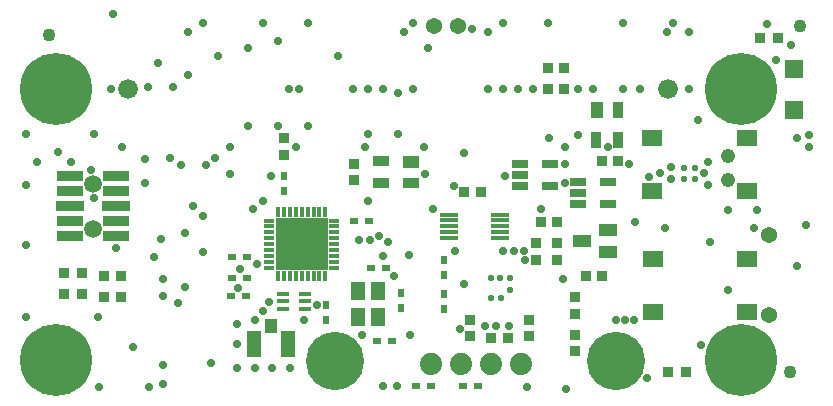
<source format=gbs>
*%FSLAX23Y23*%
*%MOIN*%
G01*
%ADD11C,0.000*%
%ADD12C,0.000*%
%ADD13C,0.000*%
%ADD14C,0.001*%
%ADD15C,0.002*%
%ADD16C,0.006*%
%ADD17C,0.007*%
%ADD18C,0.007*%
%ADD19C,0.008*%
%ADD20C,0.010*%
%ADD21C,0.012*%
%ADD22C,0.015*%
%ADD23C,0.015*%
%ADD24C,0.018*%
%ADD25C,0.020*%
%ADD26C,0.022*%
%ADD27C,0.024*%
%ADD28C,0.025*%
%ADD29C,0.028*%
%ADD30C,0.029*%
%ADD31C,0.031*%
%ADD32C,0.031*%
%ADD33C,0.035*%
%ADD34C,0.035*%
%ADD35C,0.039*%
%ADD36C,0.043*%
%ADD37C,0.045*%
%ADD38C,0.047*%
%ADD39C,0.048*%
%ADD40C,0.049*%
%ADD41C,0.050*%
%ADD42C,0.050*%
%ADD43C,0.051*%
%ADD44C,0.051*%
%ADD45C,0.054*%
%ADD46C,0.055*%
%ADD47C,0.055*%
%ADD48C,0.059*%
%ADD49C,0.059*%
%ADD50C,0.062*%
%ADD51C,0.066*%
%ADD52C,0.067*%
%ADD53C,0.070*%
%ADD54C,0.074*%
%ADD55C,0.115*%
%ADD56C,0.135*%
%ADD57C,0.138*%
%ADD58C,0.138*%
%ADD59C,0.158*%
%ADD60C,0.158*%
%ADD61C,0.190*%
%ADD62C,0.194*%
%ADD63C,0.236*%
%ADD64C,0.240*%
%ADD65R,0.011X0.030*%
%ADD66R,0.012X0.030*%
%ADD67R,0.014X0.033*%
%ADD68R,0.014X0.037*%
%ADD69R,0.015X0.034*%
%ADD70R,0.016X0.034*%
%ADD71R,0.018X0.037*%
%ADD72R,0.018X0.041*%
%ADD73R,0.020X0.025*%
%ADD74R,0.021X0.021*%
%ADD75R,0.024X0.029*%
%ADD76R,0.025X0.020*%
%ADD77R,0.029X0.024*%
%ADD78R,0.030X0.011*%
%ADD79R,0.030X0.030*%
%ADD80R,0.030X0.050*%
%ADD81R,0.031X0.031*%
%ADD82R,0.033X0.014*%
%ADD83R,0.034X0.015*%
%ADD84R,0.034X0.034*%
%ADD85R,0.034X0.054*%
%ADD86R,0.035X0.035*%
%ADD87R,0.037X0.014*%
%ADD88R,0.037X0.018*%
%ADD89R,0.039X0.014*%
%ADD90R,0.039X0.041*%
%ADD91R,0.040X0.050*%
%ADD92R,0.040X0.083*%
%ADD93R,0.041X0.018*%
%ADD94R,0.041X0.087*%
%ADD95R,0.043X0.018*%
%ADD96R,0.043X0.045*%
%ADD97R,0.044X0.054*%
%ADD98R,0.044X0.087*%
%ADD99R,0.045X0.091*%
%ADD100R,0.047X0.055*%
%ADD101R,0.048X0.024*%
%ADD102R,0.050X0.023*%
%ADD103R,0.050X0.030*%
%ADD104R,0.050X0.040*%
%ADD105R,0.050X0.060*%
%ADD106R,0.051X0.059*%
%ADD107R,0.052X0.028*%
%ADD108R,0.054X0.027*%
%ADD109R,0.054X0.034*%
%ADD110R,0.054X0.044*%
%ADD111R,0.054X0.064*%
%ADD112R,0.055X0.039*%
%ADD113R,0.057X0.012*%
%ADD114R,0.057X0.067*%
%ADD115R,0.059X0.043*%
%ADD116R,0.060X0.060*%
%ADD117R,0.061X0.024*%
%ADD118R,0.061X0.051*%
%ADD119R,0.061X0.016*%
%ADD120R,0.061X0.071*%
%ADD121R,0.063X0.039*%
%ADD122R,0.064X0.064*%
%ADD123R,0.065X0.028*%
%ADD124R,0.065X0.055*%
%ADD125R,0.067X0.043*%
%ADD126R,0.085X0.030*%
%ADD127R,0.085X0.085*%
%ADD128R,0.089X0.034*%
%ADD129R,0.094X0.030*%
%ADD130R,0.098X0.034*%
%ADD131R,0.104X0.104*%
%ADD132R,0.108X0.108*%
%ADD133R,0.116X0.138*%
%ADD134R,0.120X0.142*%
%ADD135R,0.169X0.169*%
%ADD136R,0.173X0.173*%
D26*
X10789Y8106D02*
D03*
X10824D02*
D03*
Y8141D02*
D03*
X10789D02*
D03*
X10209Y7735D02*
D03*
X10178Y7709D02*
D03*
X10177Y7777D02*
D03*
X10210D02*
D03*
X10144D02*
D03*
Y7709D02*
D03*
D30*
X11164Y8241D02*
D03*
X11204Y8251D02*
D03*
Y8211D02*
D03*
X11144Y8551D02*
D03*
X11164Y7816D02*
D03*
X11194Y7951D02*
D03*
X11094Y8501D02*
D03*
X11064Y8621D02*
D03*
X11032Y8002D02*
D03*
X11022Y7942D02*
D03*
X10804Y8596D02*
D03*
X10752Y8627D02*
D03*
X10804Y8406D02*
D03*
X10837Y8302D02*
D03*
X10937Y8002D02*
D03*
X10857Y8127D02*
D03*
X10869Y8086D02*
D03*
Y8161D02*
D03*
X10844Y7551D02*
D03*
X10874Y7896D02*
D03*
X10937Y7737D02*
D03*
X10604Y8156D02*
D03*
X10732Y8597D02*
D03*
X10642Y8407D02*
D03*
X10672Y8112D02*
D03*
X10587Y8407D02*
D03*
Y8627D02*
D03*
X10746Y8146D02*
D03*
Y8106D02*
D03*
X10709Y8126D02*
D03*
X10627Y7962D02*
D03*
X10562Y7637D02*
D03*
X10592D02*
D03*
X10622D02*
D03*
X10667Y7442D02*
D03*
X10726Y7941D02*
D03*
X10487Y8407D02*
D03*
X10437D02*
D03*
Y8252D02*
D03*
X10534Y8211D02*
D03*
X10392Y8092D02*
D03*
Y8157D02*
D03*
Y8212D02*
D03*
X10384Y7771D02*
D03*
X10397Y7407D02*
D03*
X10192Y8117D02*
D03*
X10237Y8407D02*
D03*
X10287D02*
D03*
X10187Y8627D02*
D03*
X10312Y8007D02*
D03*
X10337Y8627D02*
D03*
X10187Y8407D02*
D03*
X10339Y8241D02*
D03*
X10259Y7836D02*
D03*
X10207Y7617D02*
D03*
X10187Y7867D02*
D03*
X10222D02*
D03*
X10257D02*
D03*
X10264Y7411D02*
D03*
X10022Y8082D02*
D03*
X10057Y8192D02*
D03*
X10082Y8607D02*
D03*
X10137Y8407D02*
D03*
Y8597D02*
D03*
X10024Y7866D02*
D03*
X10054Y7756D02*
D03*
X10042Y7607D02*
D03*
X10127Y7617D02*
D03*
X10162D02*
D03*
X9887Y8405D02*
D03*
X9837Y8391D02*
D03*
X9854Y8596D02*
D03*
X9837Y8257D02*
D03*
X9787Y8407D02*
D03*
X9887Y8627D02*
D03*
X9952Y8007D02*
D03*
X9937Y8542D02*
D03*
X9922Y8212D02*
D03*
X9924Y8121D02*
D03*
X9822Y7782D02*
D03*
X9787Y7417D02*
D03*
X9872Y7852D02*
D03*
X9877Y7587D02*
D03*
X9832Y7417D02*
D03*
X9802Y7897D02*
D03*
X9772Y7917D02*
D03*
X9786Y7850D02*
D03*
X9637Y8517D02*
D03*
X9687Y8407D02*
D03*
X9737Y8257D02*
D03*
X9727Y8212D02*
D03*
X9737Y8407D02*
D03*
Y8032D02*
D03*
X9707Y7901D02*
D03*
X9717Y7587D02*
D03*
X9742Y7901D02*
D03*
X9437Y8567D02*
D03*
X9387Y8032D02*
D03*
X9497Y8212D02*
D03*
X9437Y8282D02*
D03*
X9507Y8407D02*
D03*
X9472D02*
D03*
X9387Y8627D02*
D03*
X9411Y8115D02*
D03*
X9537Y8282D02*
D03*
Y8627D02*
D03*
X9414Y7476D02*
D03*
X9474D02*
D03*
X9384Y7666D02*
D03*
X9407Y7697D02*
D03*
X9467Y7847D02*
D03*
Y7937D02*
D03*
X9522Y7637D02*
D03*
X9517Y7847D02*
D03*
X9567D02*
D03*
Y7937D02*
D03*
X9517D02*
D03*
X9564Y7686D02*
D03*
X9276Y8121D02*
D03*
X9277Y8212D02*
D03*
X9227Y8177D02*
D03*
X9197Y8152D02*
D03*
X9237Y8517D02*
D03*
X9187Y8627D02*
D03*
X9186Y7981D02*
D03*
X9337Y8542D02*
D03*
X9352Y8007D02*
D03*
X9337Y8282D02*
D03*
X9309Y7806D02*
D03*
X9299Y7621D02*
D03*
Y7476D02*
D03*
Y7556D02*
D03*
X9212Y7492D02*
D03*
X9302Y7742D02*
D03*
X9187Y7862D02*
D03*
X9364Y7821D02*
D03*
X9359Y7476D02*
D03*
Y7636D02*
D03*
X8992Y8092D02*
D03*
X9002Y8412D02*
D03*
X9077Y8177D02*
D03*
X9112Y8152D02*
D03*
X9087Y8412D02*
D03*
X9037Y8492D02*
D03*
X8992Y8172D02*
D03*
X9137Y8597D02*
D03*
Y8452D02*
D03*
X9151Y8016D02*
D03*
X9052Y7422D02*
D03*
Y7487D02*
D03*
X9047Y7907D02*
D03*
X9101Y7691D02*
D03*
X9051Y7716D02*
D03*
X9021Y7846D02*
D03*
X9051Y7771D02*
D03*
X9004Y7411D02*
D03*
X9127Y7927D02*
D03*
X9126Y7746D02*
D03*
X8879Y8406D02*
D03*
X8917Y8212D02*
D03*
X8884Y8656D02*
D03*
X8896Y7876D02*
D03*
X8952Y7547D02*
D03*
X8822Y8257D02*
D03*
X8811Y8136D02*
D03*
X8821Y8041D02*
D03*
X8834Y7646D02*
D03*
X8839Y7411D02*
D03*
X8631Y8161D02*
D03*
X8701Y8196D02*
D03*
X8746Y8161D02*
D03*
X8594Y8256D02*
D03*
Y8086D02*
D03*
Y7646D02*
D03*
Y7886D02*
D03*
D36*
X8671Y8586D02*
D03*
X11177Y8617D02*
D03*
X11142Y7462D02*
D03*
D40*
X10937Y8102D02*
D03*
Y8181D02*
D03*
D45*
X10036Y8616D02*
D03*
X9957D02*
D03*
X11071Y7920D02*
D03*
X11071Y7652D02*
D03*
D48*
X8819Y8089D02*
D03*
Y7939D02*
D03*
D51*
X8937Y8407D02*
D03*
X10737Y8407D02*
D03*
D54*
X9946Y7488D02*
D03*
X10046D02*
D03*
X10146D02*
D03*
X10246D02*
D03*
D62*
X10561Y7500D02*
D03*
X9624Y7499D02*
D03*
D64*
X10978Y8406D02*
D03*
Y7501D02*
D03*
X8695Y8406D02*
D03*
Y7501D02*
D03*
D69*
X9436Y7782D02*
D03*
X9455D02*
D03*
X9475D02*
D03*
X9495D02*
D03*
X9514D02*
D03*
X9534D02*
D03*
X9554D02*
D03*
Y7996D02*
D03*
X9534D02*
D03*
X9514D02*
D03*
X9495D02*
D03*
X9475D02*
D03*
X9455D02*
D03*
X9436D02*
D03*
X9573Y7782D02*
D03*
X9593D02*
D03*
Y7996D02*
D03*
X9573D02*
D03*
D75*
X9846Y7675D02*
D03*
Y7725D02*
D03*
X9989Y7786D02*
D03*
Y7836D02*
D03*
Y7671D02*
D03*
Y7721D02*
D03*
X9596Y7685D02*
D03*
Y7635D02*
D03*
X9456Y8065D02*
D03*
Y8115D02*
D03*
D77*
X10102Y7417D02*
D03*
X10052D02*
D03*
X9897D02*
D03*
X9947D02*
D03*
X9765Y7567D02*
D03*
X9815D02*
D03*
X9738Y7965D02*
D03*
X9688D02*
D03*
X9796Y7810D02*
D03*
X9746D02*
D03*
X9278Y7715D02*
D03*
X9328D02*
D03*
X9331Y7775D02*
D03*
X9281D02*
D03*
X9331Y7845D02*
D03*
X9281D02*
D03*
D83*
X9407Y7849D02*
D03*
Y7869D02*
D03*
Y7889D02*
D03*
Y7908D02*
D03*
Y7928D02*
D03*
Y7948D02*
D03*
Y7967D02*
D03*
X9621Y7849D02*
D03*
Y7869D02*
D03*
Y7889D02*
D03*
Y7908D02*
D03*
Y7928D02*
D03*
Y7948D02*
D03*
Y7967D02*
D03*
X9407Y7830D02*
D03*
Y7810D02*
D03*
X9621D02*
D03*
Y7830D02*
D03*
D84*
X9457Y8241D02*
D03*
Y8186D02*
D03*
X10389Y8476D02*
D03*
X10334D02*
D03*
Y8406D02*
D03*
X10389D02*
D03*
X10514Y8166D02*
D03*
X10569D02*
D03*
X10112Y8062D02*
D03*
X10057D02*
D03*
X10077Y7582D02*
D03*
Y7637D02*
D03*
X10147Y7577D02*
D03*
X10202D02*
D03*
X10272Y7582D02*
D03*
Y7637D02*
D03*
X10424Y7531D02*
D03*
Y7586D02*
D03*
Y7711D02*
D03*
Y7656D02*
D03*
X10462Y7782D02*
D03*
X10517D02*
D03*
X10297Y7892D02*
D03*
Y7837D02*
D03*
X10367Y7892D02*
D03*
Y7837D02*
D03*
X10312Y7962D02*
D03*
X10367D02*
D03*
X9689Y8156D02*
D03*
Y8101D02*
D03*
X8856Y7781D02*
D03*
X8911D02*
D03*
X8856Y7711D02*
D03*
X8911D02*
D03*
D85*
X10569Y8336D02*
D03*
Y8236D02*
D03*
X10494D02*
D03*
D86*
X11102Y8577D02*
D03*
X11042D02*
D03*
X10797Y7462D02*
D03*
X10737D02*
D03*
X8721Y7721D02*
D03*
X8781D02*
D03*
X8721Y7791D02*
D03*
X8781D02*
D03*
D95*
X9524Y7672D02*
D03*
Y7698D02*
D03*
Y7723D02*
D03*
X9453D02*
D03*
Y7698D02*
D03*
Y7672D02*
D03*
D96*
X9412Y7617D02*
D03*
D97*
X10499Y8336D02*
D03*
D99*
X9470Y7555D02*
D03*
X9354D02*
D03*
D106*
X9770Y7645D02*
D03*
X9703D02*
D03*
X9770Y7732D02*
D03*
X9703D02*
D03*
D108*
X10437Y8022D02*
D03*
Y8097D02*
D03*
Y8059D02*
D03*
X10537Y8022D02*
D03*
Y8097D02*
D03*
X10242Y8082D02*
D03*
Y8157D02*
D03*
Y8119D02*
D03*
X10342Y8082D02*
D03*
Y8157D02*
D03*
D109*
X9879Y8091D02*
D03*
X9779D02*
D03*
Y8166D02*
D03*
D110*
X9879Y8161D02*
D03*
D115*
X10450Y7900D02*
D03*
X10537Y7862D02*
D03*
Y7937D02*
D03*
D119*
X10004Y7987D02*
D03*
Y7968D02*
D03*
Y7948D02*
D03*
Y7928D02*
D03*
Y7909D02*
D03*
X10177D02*
D03*
X10177Y7928D02*
D03*
Y7948D02*
D03*
X10177Y7968D02*
D03*
X10177Y7987D02*
D03*
D122*
X11154Y8471D02*
D03*
Y8336D02*
D03*
D124*
X10999Y7839D02*
D03*
X10684D02*
D03*
X10999Y7662D02*
D03*
X10684D02*
D03*
X10998Y8241D02*
D03*
X10683D02*
D03*
X10998Y8064D02*
D03*
X10683D02*
D03*
D128*
X8896Y7914D02*
D03*
X8895Y7964D02*
D03*
X8742Y7914D02*
D03*
Y7964D02*
D03*
X8896Y8064D02*
D03*
X8895Y8114D02*
D03*
X8742Y8064D02*
D03*
Y8114D02*
D03*
D130*
X8896Y8014D02*
D03*
X8742D02*
D03*
D136*
X9514Y7889D02*
D03*
M02*

</source>
